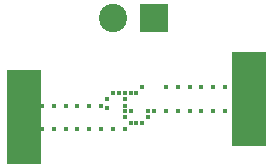
<source format=gbl>
G04 #@! TF.FileFunction,Copper,L4,Bot,Signal*
%FSLAX46Y46*%
G04 Gerber Fmt 4.6, Leading zero omitted, Abs format (unit mm)*
G04 Created by KiCad (PCBNEW 4.0.3-stable) date Sun Sep 11 01:35:28 2016*
%MOMM*%
%LPD*%
G01*
G04 APERTURE LIST*
%ADD10C,0.100000*%
%ADD11C,0.381000*%
%ADD12C,2.400000*%
%ADD13R,2.400000X2.400000*%
%ADD14R,3.000000X8.000000*%
G04 APERTURE END LIST*
D10*
D11*
X143500000Y-103250000D03*
X145000000Y-102500000D03*
X146500000Y-101500000D03*
X145500000Y-102000000D03*
X145000000Y-104000000D03*
X145000000Y-103500000D03*
X143500000Y-102500000D03*
X144000000Y-102000000D03*
X144500000Y-102000000D03*
X146500000Y-104500000D03*
X146000000Y-104500000D03*
X145500000Y-104500000D03*
X145500000Y-103500000D03*
X147000000Y-103500000D03*
X147500000Y-103500000D03*
X148500000Y-103500000D03*
X156500000Y-103500000D03*
X155500000Y-103500000D03*
X154500000Y-103500000D03*
X153500000Y-103500000D03*
X152500000Y-103500000D03*
X151500000Y-103500000D03*
X150500000Y-103500000D03*
X149500000Y-103500000D03*
X148500000Y-101500000D03*
X149500000Y-101500000D03*
X150500000Y-101500000D03*
X151500000Y-101500000D03*
X152500000Y-101500000D03*
X153500000Y-101500000D03*
X154500000Y-101500000D03*
X155500000Y-101500000D03*
X156500000Y-101500000D03*
X146000000Y-102000000D03*
X145000000Y-102000000D03*
X145000000Y-103050000D03*
X147000000Y-104000000D03*
X145000000Y-105000000D03*
X144000000Y-105000000D03*
X143000000Y-105000000D03*
X142000000Y-105000000D03*
X141000000Y-105000000D03*
X140000000Y-105000000D03*
X139000000Y-105000000D03*
X138000000Y-105000000D03*
X137000000Y-105000000D03*
X136000000Y-105000000D03*
X135250000Y-105000000D03*
X143000000Y-103050000D03*
X142000000Y-103050000D03*
X141000000Y-103050000D03*
X140000000Y-103050000D03*
X139000000Y-103050000D03*
X138000000Y-103050000D03*
X137000000Y-103050000D03*
X136000000Y-103050000D03*
D12*
X144000000Y-95600000D03*
D13*
X147500000Y-95600000D03*
D14*
X136500000Y-104000000D03*
X155500000Y-102500000D03*
D11*
X135250000Y-103050000D03*
M02*

</source>
